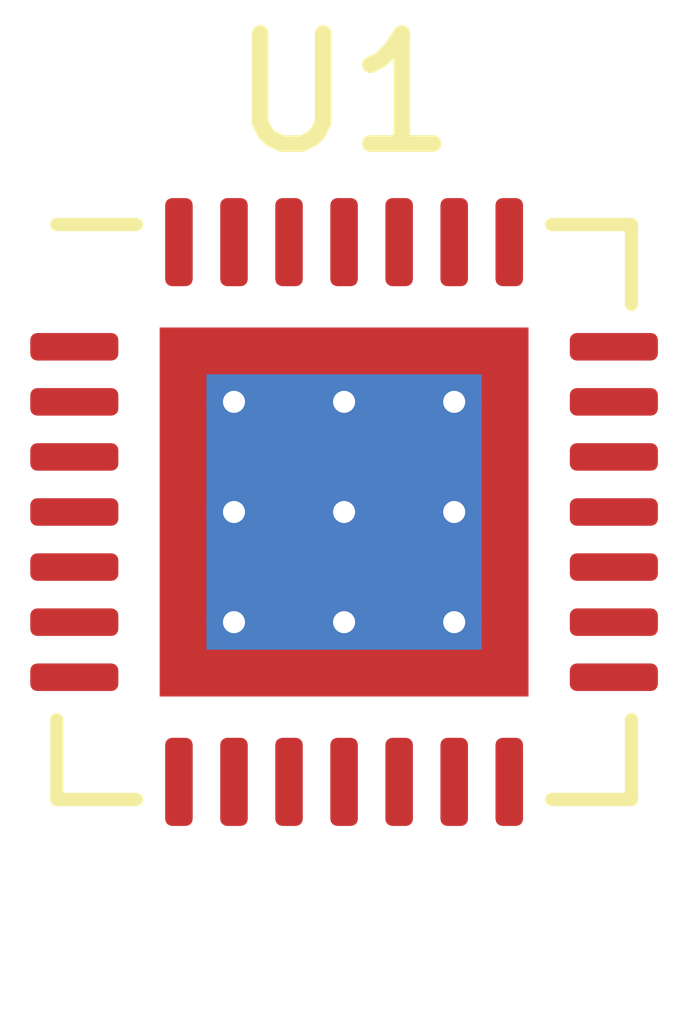
<source format=kicad_pcb>
(kicad_pcb (version 20171130) (host pcbnew 5.1.7+dfsg1-1)

  (general
    (thickness 1.6)
    (drawings 0)
    (tracks 0)
    (zones 0)
    (modules 1)
    (nets 28)
  )

  (page A4)
  (layers
    (0 F.Cu signal)
    (31 B.Cu signal)
    (32 B.Adhes user)
    (33 F.Adhes user)
    (34 B.Paste user)
    (35 F.Paste user)
    (36 B.SilkS user)
    (37 F.SilkS user)
    (38 B.Mask user)
    (39 F.Mask user)
    (40 Dwgs.User user)
    (41 Cmts.User user)
    (42 Eco1.User user)
    (43 Eco2.User user)
    (44 Edge.Cuts user)
    (45 Margin user)
    (46 B.CrtYd user)
    (47 F.CrtYd user)
    (48 B.Fab user)
    (49 F.Fab user)
  )

  (setup
    (last_trace_width 0.25)
    (trace_clearance 0.2)
    (zone_clearance 0.508)
    (zone_45_only no)
    (trace_min 0.2)
    (via_size 0.8)
    (via_drill 0.4)
    (via_min_size 0.4)
    (via_min_drill 0.3)
    (uvia_size 0.3)
    (uvia_drill 0.1)
    (uvias_allowed no)
    (uvia_min_size 0.2)
    (uvia_min_drill 0.1)
    (edge_width 0.05)
    (segment_width 0.2)
    (pcb_text_width 0.3)
    (pcb_text_size 1.5 1.5)
    (mod_edge_width 0.12)
    (mod_text_size 1 1)
    (mod_text_width 0.15)
    (pad_size 1.524 1.524)
    (pad_drill 0.762)
    (pad_to_mask_clearance 0)
    (aux_axis_origin 0 0)
    (visible_elements FFFFFF7F)
    (pcbplotparams
      (layerselection 0x010fc_ffffffff)
      (usegerberextensions false)
      (usegerberattributes true)
      (usegerberadvancedattributes true)
      (creategerberjobfile true)
      (excludeedgelayer true)
      (linewidth 0.100000)
      (plotframeref false)
      (viasonmask false)
      (mode 1)
      (useauxorigin false)
      (hpglpennumber 1)
      (hpglpenspeed 20)
      (hpglpendiameter 15.000000)
      (psnegative false)
      (psa4output false)
      (plotreference true)
      (plotvalue true)
      (plotinvisibletext false)
      (padsonsilk false)
      (subtractmaskfromsilk false)
      (outputformat 1)
      (mirror false)
      (drillshape 1)
      (scaleselection 1)
      (outputdirectory ""))
  )

  (net 0 "")
  (net 1 "Net-(U1-Pad2)")
  (net 2 "Net-(U1-Pad28)")
  (net 3 "Net-(U1-Pad27)")
  (net 4 "Net-(U1-Pad26)")
  (net 5 "Net-(U1-Pad25)")
  (net 6 "Net-(U1-Pad24)")
  (net 7 "Net-(U1-Pad23)")
  (net 8 "Net-(U1-Pad22)")
  (net 9 "Net-(U1-Pad21)")
  (net 10 "Net-(U1-Pad20)")
  (net 11 "Net-(U1-Pad19)")
  (net 12 "Net-(U1-Pad18)")
  (net 13 "Net-(U1-Pad17)")
  (net 14 "Net-(U1-Pad16)")
  (net 15 "Net-(U1-Pad15)")
  (net 16 "Net-(U1-Pad14)")
  (net 17 "Net-(U1-Pad13)")
  (net 18 "Net-(U1-Pad12)")
  (net 19 "Net-(U1-Pad11)")
  (net 20 "Net-(U1-Pad10)")
  (net 21 "Net-(U1-Pad9)")
  (net 22 "Net-(U1-Pad8)")
  (net 23 "Net-(U1-Pad7)")
  (net 24 "Net-(U1-Pad5)")
  (net 25 "Net-(U1-Pad4)")
  (net 26 "Net-(U1-Pad3)")
  (net 27 "Net-(U1-Pad1)")

  (net_class Default "This is the default net class."
    (clearance 0.2)
    (trace_width 0.25)
    (via_dia 0.8)
    (via_drill 0.4)
    (uvia_dia 0.3)
    (uvia_drill 0.1)
    (add_net "Net-(U1-Pad1)")
    (add_net "Net-(U1-Pad10)")
    (add_net "Net-(U1-Pad11)")
    (add_net "Net-(U1-Pad12)")
    (add_net "Net-(U1-Pad13)")
    (add_net "Net-(U1-Pad14)")
    (add_net "Net-(U1-Pad15)")
    (add_net "Net-(U1-Pad16)")
    (add_net "Net-(U1-Pad17)")
    (add_net "Net-(U1-Pad18)")
    (add_net "Net-(U1-Pad19)")
    (add_net "Net-(U1-Pad2)")
    (add_net "Net-(U1-Pad20)")
    (add_net "Net-(U1-Pad21)")
    (add_net "Net-(U1-Pad22)")
    (add_net "Net-(U1-Pad23)")
    (add_net "Net-(U1-Pad24)")
    (add_net "Net-(U1-Pad25)")
    (add_net "Net-(U1-Pad26)")
    (add_net "Net-(U1-Pad27)")
    (add_net "Net-(U1-Pad28)")
    (add_net "Net-(U1-Pad3)")
    (add_net "Net-(U1-Pad4)")
    (add_net "Net-(U1-Pad5)")
    (add_net "Net-(U1-Pad7)")
    (add_net "Net-(U1-Pad8)")
    (add_net "Net-(U1-Pad9)")
  )

  (module Package_DFN_QFN:QFN-28-1EP_5x5mm_P0.5mm_EP3.35x3.35mm_ThermalVias (layer F.Cu) (tedit 5DC5F6A4) (tstamp 5F9851E2)
    (at 112.903 67.6148)
    (descr "QFN, 28 Pin (http://ww1.microchip.com/downloads/en/PackagingSpec/00000049BQ.pdf#page=283), generated with kicad-footprint-generator ipc_noLead_generator.py")
    (tags "QFN NoLead")
    (path /5F9852AB)
    (attr smd)
    (fp_text reference U1 (at 0 -3.8) (layer F.SilkS)
      (effects (font (size 1 1) (thickness 0.15)))
    )
    (fp_text value AX5043 (at 0 3.8) (layer F.Fab)
      (effects (font (size 1 1) (thickness 0.15)))
    )
    (fp_text user %R (at 0 0) (layer F.Fab)
      (effects (font (size 1 1) (thickness 0.15)))
    )
    (fp_line (start 1.885 -2.61) (end 2.61 -2.61) (layer F.SilkS) (width 0.12))
    (fp_line (start 2.61 -2.61) (end 2.61 -1.885) (layer F.SilkS) (width 0.12))
    (fp_line (start -1.885 2.61) (end -2.61 2.61) (layer F.SilkS) (width 0.12))
    (fp_line (start -2.61 2.61) (end -2.61 1.885) (layer F.SilkS) (width 0.12))
    (fp_line (start 1.885 2.61) (end 2.61 2.61) (layer F.SilkS) (width 0.12))
    (fp_line (start 2.61 2.61) (end 2.61 1.885) (layer F.SilkS) (width 0.12))
    (fp_line (start -1.885 -2.61) (end -2.61 -2.61) (layer F.SilkS) (width 0.12))
    (fp_line (start -1.5 -2.5) (end 2.5 -2.5) (layer F.Fab) (width 0.1))
    (fp_line (start 2.5 -2.5) (end 2.5 2.5) (layer F.Fab) (width 0.1))
    (fp_line (start 2.5 2.5) (end -2.5 2.5) (layer F.Fab) (width 0.1))
    (fp_line (start -2.5 2.5) (end -2.5 -1.5) (layer F.Fab) (width 0.1))
    (fp_line (start -2.5 -1.5) (end -1.5 -2.5) (layer F.Fab) (width 0.1))
    (fp_line (start -3.1 -3.1) (end -3.1 3.1) (layer F.CrtYd) (width 0.05))
    (fp_line (start -3.1 3.1) (end 3.1 3.1) (layer F.CrtYd) (width 0.05))
    (fp_line (start 3.1 3.1) (end 3.1 -3.1) (layer F.CrtYd) (width 0.05))
    (fp_line (start 3.1 -3.1) (end -3.1 -3.1) (layer F.CrtYd) (width 0.05))
    (pad "" smd custom (at 1.3375 1.3375) (size 0.43669 0.43669) (layers F.Paste)
      (options (clearance outline) (anchor circle))
      (primitives
        (gr_poly (pts
           (xy -0.164589 -0.075523) (xy -0.075523 -0.164589) (xy 0.164589 -0.164589) (xy 0.164589 0.164589) (xy -0.164589 0.164589)
) (width 0.215024))
      ))
    (pad "" smd custom (at 1.3375 -1.3375) (size 0.43669 0.43669) (layers F.Paste)
      (options (clearance outline) (anchor circle))
      (primitives
        (gr_poly (pts
           (xy -0.164589 -0.164589) (xy 0.164589 -0.164589) (xy 0.164589 0.164589) (xy -0.075523 0.164589) (xy -0.164589 0.075523)
) (width 0.215024))
      ))
    (pad "" smd custom (at -1.3375 1.3375) (size 0.43669 0.43669) (layers F.Paste)
      (options (clearance outline) (anchor circle))
      (primitives
        (gr_poly (pts
           (xy -0.164589 -0.164589) (xy 0.075523 -0.164589) (xy 0.164589 -0.075523) (xy 0.164589 0.164589) (xy -0.164589 0.164589)
) (width 0.215024))
      ))
    (pad "" smd custom (at -1.3375 -1.3375) (size 0.43669 0.43669) (layers F.Paste)
      (options (clearance outline) (anchor circle))
      (primitives
        (gr_poly (pts
           (xy -0.164589 -0.164589) (xy 0.164589 -0.164589) (xy 0.164589 0.075523) (xy 0.075523 0.164589) (xy -0.164589 0.164589)
) (width 0.215024))
      ))
    (pad "" smd custom (at 0.5 1.3375) (size 0.458956 0.458956) (layers F.Paste)
      (options (clearance outline) (anchor circle))
      (primitives
        (gr_poly (pts
           (xy -0.317866 -0.116234) (xy -0.247246 -0.186855) (xy 0.247246 -0.186855) (xy 0.317866 -0.116234) (xy 0.317866 0.186855)
           (xy -0.317866 0.186855)) (width 0.170493))
      ))
    (pad "" smd custom (at -0.5 1.3375) (size 0.458956 0.458956) (layers F.Paste)
      (options (clearance outline) (anchor circle))
      (primitives
        (gr_poly (pts
           (xy -0.317866 -0.116234) (xy -0.247246 -0.186855) (xy 0.247246 -0.186855) (xy 0.317866 -0.116234) (xy 0.317866 0.186855)
           (xy -0.317866 0.186855)) (width 0.170493))
      ))
    (pad "" smd custom (at 0.5 -1.3375) (size 0.458956 0.458956) (layers F.Paste)
      (options (clearance outline) (anchor circle))
      (primitives
        (gr_poly (pts
           (xy -0.317866 -0.186855) (xy 0.317866 -0.186855) (xy 0.317866 0.116234) (xy 0.247246 0.186855) (xy -0.247246 0.186855)
           (xy -0.317866 0.116234)) (width 0.170493))
      ))
    (pad "" smd custom (at -0.5 -1.3375) (size 0.458956 0.458956) (layers F.Paste)
      (options (clearance outline) (anchor circle))
      (primitives
        (gr_poly (pts
           (xy -0.317866 -0.186855) (xy 0.317866 -0.186855) (xy 0.317866 0.116234) (xy 0.247246 0.186855) (xy -0.247246 0.186855)
           (xy -0.317866 0.116234)) (width 0.170493))
      ))
    (pad "" smd custom (at 1.3375 0.5) (size 0.458956 0.458956) (layers F.Paste)
      (options (clearance outline) (anchor circle))
      (primitives
        (gr_poly (pts
           (xy -0.186855 -0.247246) (xy -0.116234 -0.317866) (xy 0.186855 -0.317866) (xy 0.186855 0.317866) (xy -0.116234 0.317866)
           (xy -0.186855 0.247246)) (width 0.170493))
      ))
    (pad "" smd custom (at 1.3375 -0.5) (size 0.458956 0.458956) (layers F.Paste)
      (options (clearance outline) (anchor circle))
      (primitives
        (gr_poly (pts
           (xy -0.186855 -0.247246) (xy -0.116234 -0.317866) (xy 0.186855 -0.317866) (xy 0.186855 0.317866) (xy -0.116234 0.317866)
           (xy -0.186855 0.247246)) (width 0.170493))
      ))
    (pad "" smd custom (at -1.3375 0.5) (size 0.458956 0.458956) (layers F.Paste)
      (options (clearance outline) (anchor circle))
      (primitives
        (gr_poly (pts
           (xy -0.186855 -0.317866) (xy 0.116234 -0.317866) (xy 0.186855 -0.247246) (xy 0.186855 0.247246) (xy 0.116234 0.317866)
           (xy -0.186855 0.317866)) (width 0.170493))
      ))
    (pad "" smd custom (at -1.3375 -0.5) (size 0.458956 0.458956) (layers F.Paste)
      (options (clearance outline) (anchor circle))
      (primitives
        (gr_poly (pts
           (xy -0.186855 -0.317866) (xy 0.116234 -0.317866) (xy 0.186855 -0.247246) (xy 0.186855 0.247246) (xy 0.116234 0.317866)
           (xy -0.186855 0.317866)) (width 0.170493))
      ))
    (pad "" smd roundrect (at 0.5 0.5) (size 0.806226 0.806226) (layers F.Paste) (roundrect_rratio 0.25))
    (pad "" smd roundrect (at 0.5 -0.5) (size 0.806226 0.806226) (layers F.Paste) (roundrect_rratio 0.25))
    (pad "" smd roundrect (at -0.5 0.5) (size 0.806226 0.806226) (layers F.Paste) (roundrect_rratio 0.25))
    (pad "" smd roundrect (at -0.5 -0.5) (size 0.806226 0.806226) (layers F.Paste) (roundrect_rratio 0.25))
    (pad 29 smd rect (at 0 0) (size 2.5 2.5) (layers B.Cu)
      (net 1 "Net-(U1-Pad2)"))
    (pad 29 thru_hole circle (at 1 1) (size 0.5 0.5) (drill 0.2) (layers *.Cu)
      (net 1 "Net-(U1-Pad2)"))
    (pad 29 thru_hole circle (at 0 1) (size 0.5 0.5) (drill 0.2) (layers *.Cu)
      (net 1 "Net-(U1-Pad2)"))
    (pad 29 thru_hole circle (at -1 1) (size 0.5 0.5) (drill 0.2) (layers *.Cu)
      (net 1 "Net-(U1-Pad2)"))
    (pad 29 thru_hole circle (at 1 0) (size 0.5 0.5) (drill 0.2) (layers *.Cu)
      (net 1 "Net-(U1-Pad2)"))
    (pad 29 thru_hole circle (at 0 0) (size 0.5 0.5) (drill 0.2) (layers *.Cu)
      (net 1 "Net-(U1-Pad2)"))
    (pad 29 thru_hole circle (at -1 0) (size 0.5 0.5) (drill 0.2) (layers *.Cu)
      (net 1 "Net-(U1-Pad2)"))
    (pad 29 thru_hole circle (at 1 -1) (size 0.5 0.5) (drill 0.2) (layers *.Cu)
      (net 1 "Net-(U1-Pad2)"))
    (pad 29 thru_hole circle (at 0 -1) (size 0.5 0.5) (drill 0.2) (layers *.Cu)
      (net 1 "Net-(U1-Pad2)"))
    (pad 29 thru_hole circle (at -1 -1) (size 0.5 0.5) (drill 0.2) (layers *.Cu)
      (net 1 "Net-(U1-Pad2)"))
    (pad 29 smd rect (at 0 0) (size 3.35 3.35) (layers F.Cu F.Mask)
      (net 1 "Net-(U1-Pad2)"))
    (pad 28 smd roundrect (at -1.5 -2.45) (size 0.25 0.8) (layers F.Cu F.Paste F.Mask) (roundrect_rratio 0.25)
      (net 2 "Net-(U1-Pad28)"))
    (pad 27 smd roundrect (at -1 -2.45) (size 0.25 0.8) (layers F.Cu F.Paste F.Mask) (roundrect_rratio 0.25)
      (net 3 "Net-(U1-Pad27)"))
    (pad 26 smd roundrect (at -0.5 -2.45) (size 0.25 0.8) (layers F.Cu F.Paste F.Mask) (roundrect_rratio 0.25)
      (net 4 "Net-(U1-Pad26)"))
    (pad 25 smd roundrect (at 0 -2.45) (size 0.25 0.8) (layers F.Cu F.Paste F.Mask) (roundrect_rratio 0.25)
      (net 5 "Net-(U1-Pad25)"))
    (pad 24 smd roundrect (at 0.5 -2.45) (size 0.25 0.8) (layers F.Cu F.Paste F.Mask) (roundrect_rratio 0.25)
      (net 6 "Net-(U1-Pad24)"))
    (pad 23 smd roundrect (at 1 -2.45) (size 0.25 0.8) (layers F.Cu F.Paste F.Mask) (roundrect_rratio 0.25)
      (net 7 "Net-(U1-Pad23)"))
    (pad 22 smd roundrect (at 1.5 -2.45) (size 0.25 0.8) (layers F.Cu F.Paste F.Mask) (roundrect_rratio 0.25)
      (net 8 "Net-(U1-Pad22)"))
    (pad 21 smd roundrect (at 2.45 -1.5) (size 0.8 0.25) (layers F.Cu F.Paste F.Mask) (roundrect_rratio 0.25)
      (net 9 "Net-(U1-Pad21)"))
    (pad 20 smd roundrect (at 2.45 -1) (size 0.8 0.25) (layers F.Cu F.Paste F.Mask) (roundrect_rratio 0.25)
      (net 10 "Net-(U1-Pad20)"))
    (pad 19 smd roundrect (at 2.45 -0.5) (size 0.8 0.25) (layers F.Cu F.Paste F.Mask) (roundrect_rratio 0.25)
      (net 11 "Net-(U1-Pad19)"))
    (pad 18 smd roundrect (at 2.45 0) (size 0.8 0.25) (layers F.Cu F.Paste F.Mask) (roundrect_rratio 0.25)
      (net 12 "Net-(U1-Pad18)"))
    (pad 17 smd roundrect (at 2.45 0.5) (size 0.8 0.25) (layers F.Cu F.Paste F.Mask) (roundrect_rratio 0.25)
      (net 13 "Net-(U1-Pad17)"))
    (pad 16 smd roundrect (at 2.45 1) (size 0.8 0.25) (layers F.Cu F.Paste F.Mask) (roundrect_rratio 0.25)
      (net 14 "Net-(U1-Pad16)"))
    (pad 15 smd roundrect (at 2.45 1.5) (size 0.8 0.25) (layers F.Cu F.Paste F.Mask) (roundrect_rratio 0.25)
      (net 15 "Net-(U1-Pad15)"))
    (pad 14 smd roundrect (at 1.5 2.45) (size 0.25 0.8) (layers F.Cu F.Paste F.Mask) (roundrect_rratio 0.25)
      (net 16 "Net-(U1-Pad14)"))
    (pad 13 smd roundrect (at 1 2.45) (size 0.25 0.8) (layers F.Cu F.Paste F.Mask) (roundrect_rratio 0.25)
      (net 17 "Net-(U1-Pad13)"))
    (pad 12 smd roundrect (at 0.5 2.45) (size 0.25 0.8) (layers F.Cu F.Paste F.Mask) (roundrect_rratio 0.25)
      (net 18 "Net-(U1-Pad12)"))
    (pad 11 smd roundrect (at 0 2.45) (size 0.25 0.8) (layers F.Cu F.Paste F.Mask) (roundrect_rratio 0.25)
      (net 19 "Net-(U1-Pad11)"))
    (pad 10 smd roundrect (at -0.5 2.45) (size 0.25 0.8) (layers F.Cu F.Paste F.Mask) (roundrect_rratio 0.25)
      (net 20 "Net-(U1-Pad10)"))
    (pad 9 smd roundrect (at -1 2.45) (size 0.25 0.8) (layers F.Cu F.Paste F.Mask) (roundrect_rratio 0.25)
      (net 21 "Net-(U1-Pad9)"))
    (pad 8 smd roundrect (at -1.5 2.45) (size 0.25 0.8) (layers F.Cu F.Paste F.Mask) (roundrect_rratio 0.25)
      (net 22 "Net-(U1-Pad8)"))
    (pad 7 smd roundrect (at -2.45 1.5) (size 0.8 0.25) (layers F.Cu F.Paste F.Mask) (roundrect_rratio 0.25)
      (net 23 "Net-(U1-Pad7)"))
    (pad 6 smd roundrect (at -2.45 1) (size 0.8 0.25) (layers F.Cu F.Paste F.Mask) (roundrect_rratio 0.25)
      (net 1 "Net-(U1-Pad2)"))
    (pad 5 smd roundrect (at -2.45 0.5) (size 0.8 0.25) (layers F.Cu F.Paste F.Mask) (roundrect_rratio 0.25)
      (net 24 "Net-(U1-Pad5)"))
    (pad 4 smd roundrect (at -2.45 0) (size 0.8 0.25) (layers F.Cu F.Paste F.Mask) (roundrect_rratio 0.25)
      (net 25 "Net-(U1-Pad4)"))
    (pad 3 smd roundrect (at -2.45 -0.5) (size 0.8 0.25) (layers F.Cu F.Paste F.Mask) (roundrect_rratio 0.25)
      (net 26 "Net-(U1-Pad3)"))
    (pad 2 smd roundrect (at -2.45 -1) (size 0.8 0.25) (layers F.Cu F.Paste F.Mask) (roundrect_rratio 0.25)
      (net 1 "Net-(U1-Pad2)"))
    (pad 1 smd roundrect (at -2.45 -1.5) (size 0.8 0.25) (layers F.Cu F.Paste F.Mask) (roundrect_rratio 0.25)
      (net 27 "Net-(U1-Pad1)"))
    (model ${KISYS3DMOD}/Package_DFN_QFN.3dshapes/QFN-28-1EP_5x5mm_P0.5mm_EP3.35x3.35mm.wrl
      (at (xyz 0 0 0))
      (scale (xyz 1 1 1))
      (rotate (xyz 0 0 0))
    )
  )

)

</source>
